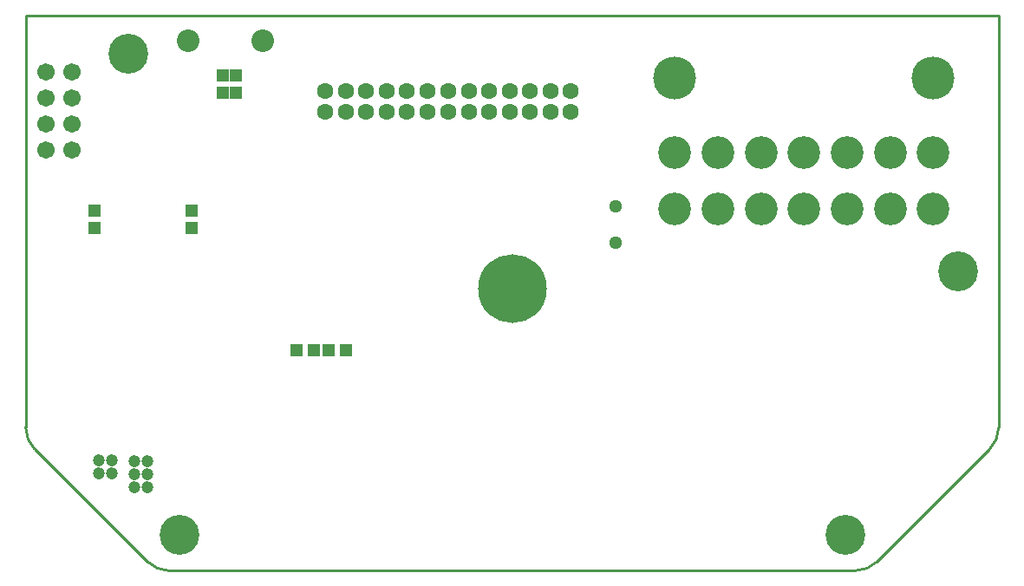
<source format=gbs>
%FSLAX23Y23*%
%MOIN*%
G70*
G01*
G75*
G04 Layer_Color=16711935*
%ADD10R,0.020X0.020*%
%ADD11R,0.020X0.020*%
%ADD12R,0.022X0.057*%
%ADD13R,0.022X0.057*%
%ADD14R,0.055X0.039*%
%ADD15R,0.079X0.043*%
%ADD16R,0.031X0.031*%
%ADD17R,0.059X0.098*%
%ADD18R,0.098X0.059*%
%ADD19R,0.039X0.055*%
G04:AMPARAMS|DCode=20|XSize=142mil|YSize=79mil|CornerRadius=4mil|HoleSize=0mil|Usage=FLASHONLY|Rotation=180.000|XOffset=0mil|YOffset=0mil|HoleType=Round|Shape=RoundedRectangle|*
%AMROUNDEDRECTD20*
21,1,0.142,0.071,0,0,180.0*
21,1,0.134,0.079,0,0,180.0*
1,1,0.008,-0.067,0.035*
1,1,0.008,0.067,0.035*
1,1,0.008,0.067,-0.035*
1,1,0.008,-0.067,-0.035*
%
%ADD20ROUNDEDRECTD20*%
%ADD21R,0.020X0.014*%
%ADD22R,0.014X0.020*%
%ADD23R,0.057X0.018*%
%ADD24R,0.071X0.045*%
%ADD25C,0.020*%
%ADD26R,0.020X0.063*%
%ADD27R,0.083X0.114*%
%ADD28R,0.051X0.039*%
%ADD29R,0.055X0.024*%
%ADD30R,0.071X0.024*%
G04:AMPARAMS|DCode=31|XSize=75mil|YSize=126mil|CornerRadius=0mil|HoleSize=0mil|Usage=FLASHONLY|Rotation=90.000|XOffset=0mil|YOffset=0mil|HoleType=Round|Shape=Octagon|*
%AMOCTAGOND31*
4,1,8,-0.063,-0.019,-0.063,0.019,-0.044,0.037,0.044,0.037,0.063,0.019,0.063,-0.019,0.044,-0.037,-0.044,-0.037,-0.063,-0.019,0.0*
%
%ADD31OCTAGOND31*%

%ADD32R,0.017X0.050*%
%ADD33R,0.050X0.017*%
%ADD34R,0.087X0.024*%
G04:AMPARAMS|DCode=35|XSize=12mil|YSize=71mil|CornerRadius=0mil|HoleSize=0mil|Usage=FLASHONLY|Rotation=315.000|XOffset=0mil|YOffset=0mil|HoleType=Round|Shape=Round|*
%AMOVALD35*
21,1,0.059,0.012,0.000,0.000,45.0*
1,1,0.012,-0.021,-0.021*
1,1,0.012,0.021,0.021*
%
%ADD35OVALD35*%

G04:AMPARAMS|DCode=36|XSize=12mil|YSize=71mil|CornerRadius=0mil|HoleSize=0mil|Usage=FLASHONLY|Rotation=45.000|XOffset=0mil|YOffset=0mil|HoleType=Round|Shape=Round|*
%AMOVALD36*
21,1,0.059,0.012,0.000,0.000,135.0*
1,1,0.012,0.021,-0.021*
1,1,0.012,-0.021,0.021*
%
%ADD36OVALD36*%

%ADD37R,0.018X0.037*%
%ADD38R,0.037X0.018*%
G04:AMPARAMS|DCode=39|XSize=228mil|YSize=252mil|CornerRadius=17mil|HoleSize=0mil|Usage=FLASHONLY|Rotation=0.000|XOffset=0mil|YOffset=0mil|HoleType=Round|Shape=RoundedRectangle|*
%AMROUNDEDRECTD39*
21,1,0.228,0.218,0,0,0.0*
21,1,0.194,0.252,0,0,0.0*
1,1,0.034,0.097,-0.109*
1,1,0.034,-0.097,-0.109*
1,1,0.034,-0.097,0.109*
1,1,0.034,0.097,0.109*
%
%ADD39ROUNDEDRECTD39*%
G04:AMPARAMS|DCode=40|XSize=47mil|YSize=87mil|CornerRadius=4mil|HoleSize=0mil|Usage=FLASHONLY|Rotation=0.000|XOffset=0mil|YOffset=0mil|HoleType=Round|Shape=RoundedRectangle|*
%AMROUNDEDRECTD40*
21,1,0.047,0.080,0,0,0.0*
21,1,0.040,0.087,0,0,0.0*
1,1,0.007,0.020,-0.040*
1,1,0.007,-0.020,-0.040*
1,1,0.007,-0.020,0.040*
1,1,0.007,0.020,0.040*
%
%ADD40ROUNDEDRECTD40*%
%ADD41R,0.146X0.059*%
%ADD42R,0.059X0.146*%
G04:AMPARAMS|DCode=43|XSize=95mil|YSize=130mil|CornerRadius=7mil|HoleSize=0mil|Usage=FLASHONLY|Rotation=90.000|XOffset=0mil|YOffset=0mil|HoleType=Round|Shape=RoundedRectangle|*
%AMROUNDEDRECTD43*
21,1,0.095,0.116,0,0,90.0*
21,1,0.081,0.130,0,0,90.0*
1,1,0.014,0.058,0.040*
1,1,0.014,0.058,-0.040*
1,1,0.014,-0.058,-0.040*
1,1,0.014,-0.058,0.040*
%
%ADD43ROUNDEDRECTD43*%
G04:AMPARAMS|DCode=44|XSize=26mil|YSize=69mil|CornerRadius=2mil|HoleSize=0mil|Usage=FLASHONLY|Rotation=180.000|XOffset=0mil|YOffset=0mil|HoleType=Round|Shape=RoundedRectangle|*
%AMROUNDEDRECTD44*
21,1,0.026,0.065,0,0,180.0*
21,1,0.022,0.069,0,0,180.0*
1,1,0.004,-0.011,0.033*
1,1,0.004,0.011,0.033*
1,1,0.004,0.011,-0.033*
1,1,0.004,-0.011,-0.033*
%
%ADD44ROUNDEDRECTD44*%
%ADD45R,0.039X0.125*%
G04:AMPARAMS|DCode=46|XSize=95mil|YSize=130mil|CornerRadius=7mil|HoleSize=0mil|Usage=FLASHONLY|Rotation=0.000|XOffset=0mil|YOffset=0mil|HoleType=Round|Shape=RoundedRectangle|*
%AMROUNDEDRECTD46*
21,1,0.095,0.116,0,0,0.0*
21,1,0.081,0.130,0,0,0.0*
1,1,0.014,0.040,-0.058*
1,1,0.014,-0.040,-0.058*
1,1,0.014,-0.040,0.058*
1,1,0.014,0.040,0.058*
%
%ADD46ROUNDEDRECTD46*%
G04:AMPARAMS|DCode=47|XSize=26mil|YSize=69mil|CornerRadius=2mil|HoleSize=0mil|Usage=FLASHONLY|Rotation=90.000|XOffset=0mil|YOffset=0mil|HoleType=Round|Shape=RoundedRectangle|*
%AMROUNDEDRECTD47*
21,1,0.026,0.065,0,0,90.0*
21,1,0.022,0.069,0,0,90.0*
1,1,0.004,0.033,0.011*
1,1,0.004,0.033,-0.011*
1,1,0.004,-0.033,-0.011*
1,1,0.004,-0.033,0.011*
%
%ADD47ROUNDEDRECTD47*%
%ADD48R,0.125X0.039*%
%ADD49R,0.051X0.079*%
%ADD50R,0.043X0.039*%
%ADD51R,0.057X0.022*%
%ADD52R,0.057X0.022*%
%ADD53R,0.051X0.043*%
%ADD54R,0.043X0.051*%
%ADD55R,0.050X0.012*%
%ADD56C,0.006*%
%ADD57C,0.012*%
%ADD58C,0.016*%
%ADD59C,0.020*%
%ADD60C,0.025*%
%ADD61C,0.030*%
%ADD62C,0.010*%
%ADD63C,0.043*%
%ADD64C,0.145*%
%ADD65C,0.079*%
%ADD66C,0.256*%
%ADD67C,0.118*%
%ADD68C,0.157*%
%ADD69C,0.055*%
%ADD70C,0.059*%
%ADD71C,0.018*%
%ADD72C,0.040*%
%ADD73C,0.007*%
%ADD74C,0.056*%
%ADD75C,0.083*%
%ADD76C,0.260*%
%ADD77C,0.099*%
%ADD78C,0.146*%
%ADD79C,0.060*%
%ADD80C,0.052*%
%ADD81C,0.032*%
%ADD82R,0.039X0.043*%
%ADD83C,0.055*%
%ADD84C,0.004*%
%ADD85C,0.010*%
%ADD86C,0.008*%
%ADD87C,0.024*%
%ADD88C,0.016*%
%ADD89C,0.001*%
%ADD90C,0.008*%
%ADD91C,0.015*%
%ADD92C,0.004*%
%ADD93C,0.005*%
%ADD94R,0.024X0.008*%
%ADD95R,0.008X0.024*%
%ADD96R,0.130X0.040*%
%ADD97R,0.050X0.030*%
%ADD98R,0.070X0.040*%
%ADD99R,0.040X0.070*%
%ADD100R,0.074X0.057*%
%ADD101R,0.074X0.057*%
%ADD102R,0.130X0.150*%
%ADD103R,0.150X0.130*%
%ADD104R,0.040X0.010*%
%ADD105R,0.050X0.020*%
%ADD106R,0.020X0.050*%
%ADD107R,0.010X0.040*%
%ADD108R,0.028X0.028*%
%ADD109R,0.028X0.028*%
%ADD110R,0.030X0.065*%
%ADD111R,0.030X0.065*%
%ADD112R,0.063X0.047*%
%ADD113R,0.087X0.051*%
%ADD114R,0.039X0.039*%
%ADD115R,0.067X0.106*%
%ADD116R,0.106X0.067*%
%ADD117R,0.047X0.063*%
G04:AMPARAMS|DCode=118|XSize=150mil|YSize=87mil|CornerRadius=4mil|HoleSize=0mil|Usage=FLASHONLY|Rotation=180.000|XOffset=0mil|YOffset=0mil|HoleType=Round|Shape=RoundedRectangle|*
%AMROUNDEDRECTD118*
21,1,0.150,0.078,0,0,180.0*
21,1,0.141,0.087,0,0,180.0*
1,1,0.009,-0.071,0.039*
1,1,0.009,0.071,0.039*
1,1,0.009,0.071,-0.039*
1,1,0.009,-0.071,-0.039*
%
%ADD118ROUNDEDRECTD118*%
%ADD119R,0.028X0.022*%
%ADD120R,0.022X0.028*%
%ADD121R,0.061X0.022*%
%ADD122R,0.079X0.053*%
%ADD123R,0.028X0.071*%
%ADD124R,0.091X0.122*%
%ADD125R,0.059X0.047*%
%ADD126R,0.063X0.032*%
%ADD127R,0.079X0.032*%
G04:AMPARAMS|DCode=128|XSize=83mil|YSize=134mil|CornerRadius=0mil|HoleSize=0mil|Usage=FLASHONLY|Rotation=90.000|XOffset=0mil|YOffset=0mil|HoleType=Round|Shape=Octagon|*
%AMOCTAGOND128*
4,1,8,-0.067,-0.021,-0.067,0.021,-0.046,0.041,0.046,0.041,0.067,0.021,0.067,-0.021,0.046,-0.041,-0.046,-0.041,-0.067,-0.021,0.0*
%
%ADD128OCTAGOND128*%

%ADD129R,0.025X0.058*%
%ADD130R,0.058X0.025*%
%ADD131R,0.095X0.032*%
G04:AMPARAMS|DCode=132|XSize=20mil|YSize=79mil|CornerRadius=0mil|HoleSize=0mil|Usage=FLASHONLY|Rotation=315.000|XOffset=0mil|YOffset=0mil|HoleType=Round|Shape=Round|*
%AMOVALD132*
21,1,0.059,0.020,0.000,0.000,45.0*
1,1,0.020,-0.021,-0.021*
1,1,0.020,0.021,0.021*
%
%ADD132OVALD132*%

G04:AMPARAMS|DCode=133|XSize=20mil|YSize=79mil|CornerRadius=0mil|HoleSize=0mil|Usage=FLASHONLY|Rotation=45.000|XOffset=0mil|YOffset=0mil|HoleType=Round|Shape=Round|*
%AMOVALD133*
21,1,0.059,0.020,0.000,0.000,135.0*
1,1,0.020,0.021,-0.021*
1,1,0.020,-0.021,0.021*
%
%ADD133OVALD133*%

%ADD134R,0.026X0.045*%
%ADD135R,0.045X0.026*%
G04:AMPARAMS|DCode=136|XSize=236mil|YSize=260mil|CornerRadius=18mil|HoleSize=0mil|Usage=FLASHONLY|Rotation=0.000|XOffset=0mil|YOffset=0mil|HoleType=Round|Shape=RoundedRectangle|*
%AMROUNDEDRECTD136*
21,1,0.236,0.225,0,0,0.0*
21,1,0.201,0.260,0,0,0.0*
1,1,0.035,0.100,-0.112*
1,1,0.035,-0.100,-0.112*
1,1,0.035,-0.100,0.112*
1,1,0.035,0.100,0.112*
%
%ADD136ROUNDEDRECTD136*%
G04:AMPARAMS|DCode=137|XSize=55mil|YSize=95mil|CornerRadius=4mil|HoleSize=0mil|Usage=FLASHONLY|Rotation=0.000|XOffset=0mil|YOffset=0mil|HoleType=Round|Shape=RoundedRectangle|*
%AMROUNDEDRECTD137*
21,1,0.055,0.086,0,0,0.0*
21,1,0.047,0.095,0,0,0.0*
1,1,0.008,0.023,-0.043*
1,1,0.008,-0.023,-0.043*
1,1,0.008,-0.023,0.043*
1,1,0.008,0.023,0.043*
%
%ADD137ROUNDEDRECTD137*%
%ADD138R,0.154X0.067*%
%ADD139R,0.067X0.154*%
G04:AMPARAMS|DCode=140|XSize=103mil|YSize=138mil|CornerRadius=8mil|HoleSize=0mil|Usage=FLASHONLY|Rotation=90.000|XOffset=0mil|YOffset=0mil|HoleType=Round|Shape=RoundedRectangle|*
%AMROUNDEDRECTD140*
21,1,0.103,0.122,0,0,90.0*
21,1,0.087,0.138,0,0,90.0*
1,1,0.015,0.061,0.044*
1,1,0.015,0.061,-0.044*
1,1,0.015,-0.061,-0.044*
1,1,0.015,-0.061,0.044*
%
%ADD140ROUNDEDRECTD140*%
G04:AMPARAMS|DCode=141|XSize=34mil|YSize=77mil|CornerRadius=3mil|HoleSize=0mil|Usage=FLASHONLY|Rotation=180.000|XOffset=0mil|YOffset=0mil|HoleType=Round|Shape=RoundedRectangle|*
%AMROUNDEDRECTD141*
21,1,0.034,0.072,0,0,180.0*
21,1,0.029,0.077,0,0,180.0*
1,1,0.005,-0.014,0.036*
1,1,0.005,0.014,0.036*
1,1,0.005,0.014,-0.036*
1,1,0.005,-0.014,-0.036*
%
%ADD141ROUNDEDRECTD141*%
%ADD142R,0.047X0.133*%
G04:AMPARAMS|DCode=143|XSize=103mil|YSize=138mil|CornerRadius=8mil|HoleSize=0mil|Usage=FLASHONLY|Rotation=0.000|XOffset=0mil|YOffset=0mil|HoleType=Round|Shape=RoundedRectangle|*
%AMROUNDEDRECTD143*
21,1,0.103,0.122,0,0,0.0*
21,1,0.087,0.138,0,0,0.0*
1,1,0.015,0.044,-0.061*
1,1,0.015,-0.044,-0.061*
1,1,0.015,-0.044,0.061*
1,1,0.015,0.044,0.061*
%
%ADD143ROUNDEDRECTD143*%
G04:AMPARAMS|DCode=144|XSize=34mil|YSize=77mil|CornerRadius=3mil|HoleSize=0mil|Usage=FLASHONLY|Rotation=90.000|XOffset=0mil|YOffset=0mil|HoleType=Round|Shape=RoundedRectangle|*
%AMROUNDEDRECTD144*
21,1,0.034,0.072,0,0,90.0*
21,1,0.029,0.077,0,0,90.0*
1,1,0.005,0.036,0.014*
1,1,0.005,0.036,-0.014*
1,1,0.005,-0.036,-0.014*
1,1,0.005,-0.036,0.014*
%
%ADD144ROUNDEDRECTD144*%
%ADD145R,0.133X0.047*%
%ADD146R,0.059X0.087*%
%ADD147R,0.051X0.047*%
%ADD148R,0.065X0.030*%
%ADD149R,0.065X0.030*%
%ADD150R,0.059X0.051*%
%ADD151R,0.051X0.059*%
%ADD152R,0.058X0.020*%
%ADD153C,0.047*%
%ADD154C,0.153*%
%ADD155C,0.087*%
%ADD156C,0.264*%
%ADD157C,0.126*%
%ADD158C,0.165*%
%ADD159C,0.063*%
%ADD160C,0.067*%
%ADD161C,0.051*%
%ADD162R,0.047X0.051*%
D62*
X-1870Y-532D02*
G03*
X-1835Y-615I118J0D01*
G01*
X-1402Y-1048D02*
G03*
X-1319Y-1083I84J84D01*
G01*
X1319D02*
G03*
X1402Y-1048I0J118D01*
G01*
X1836Y-615D02*
G03*
X1870Y-532I-84J84D01*
G01*
X-1835Y-615D02*
X-1402Y-1048D01*
X-1319Y-1083D02*
X1319D01*
X1402Y-1048D02*
X1836Y-615D01*
X1870Y-532D02*
Y1053D01*
X-1870D02*
X1870D01*
X-1870Y-532D02*
Y1053D01*
D147*
X-1604Y236D02*
D03*
Y302D02*
D03*
X-1231Y236D02*
D03*
Y302D02*
D03*
X-1112Y755D02*
D03*
Y821D02*
D03*
X-1061Y755D02*
D03*
Y821D02*
D03*
D153*
X-1589Y-709D02*
D03*
X-1539D02*
D03*
X-1589Y-659D02*
D03*
X-1539D02*
D03*
X-1452Y-661D02*
D03*
Y-761D02*
D03*
X-1402D02*
D03*
X-1452Y-711D02*
D03*
X-1402D02*
D03*
Y-661D02*
D03*
D154*
X1713Y69D02*
D03*
X1280Y-945D02*
D03*
X-1279D02*
D03*
X-1476Y906D02*
D03*
D155*
X-959Y955D02*
D03*
X-1246D02*
D03*
D156*
X0Y-0D02*
D03*
D157*
X1453Y309D02*
D03*
X1618D02*
D03*
X1287D02*
D03*
X1122D02*
D03*
X957D02*
D03*
X791D02*
D03*
X626D02*
D03*
X1618Y526D02*
D03*
X1453D02*
D03*
X1287D02*
D03*
X1122D02*
D03*
X957D02*
D03*
X791D02*
D03*
X626D02*
D03*
D158*
X1618Y813D02*
D03*
X626D02*
D03*
D159*
X226Y683D02*
D03*
Y762D02*
D03*
X148Y683D02*
D03*
Y762D02*
D03*
X69Y683D02*
D03*
Y762D02*
D03*
X-10Y683D02*
D03*
Y762D02*
D03*
X-89Y683D02*
D03*
Y762D02*
D03*
X-167Y683D02*
D03*
Y762D02*
D03*
X-246Y683D02*
D03*
Y762D02*
D03*
X-325Y683D02*
D03*
Y762D02*
D03*
X-404Y683D02*
D03*
Y762D02*
D03*
X-482Y683D02*
D03*
Y762D02*
D03*
X-561Y683D02*
D03*
Y762D02*
D03*
X-640Y683D02*
D03*
Y762D02*
D03*
X-719Y683D02*
D03*
Y762D02*
D03*
D160*
X-1792Y835D02*
D03*
Y735D02*
D03*
Y635D02*
D03*
Y535D02*
D03*
X-1692Y835D02*
D03*
Y735D02*
D03*
Y635D02*
D03*
Y535D02*
D03*
D161*
X397Y317D02*
D03*
Y179D02*
D03*
D162*
X-763Y-236D02*
D03*
X-829D02*
D03*
X-704Y-235D02*
D03*
X-638D02*
D03*
M02*

</source>
